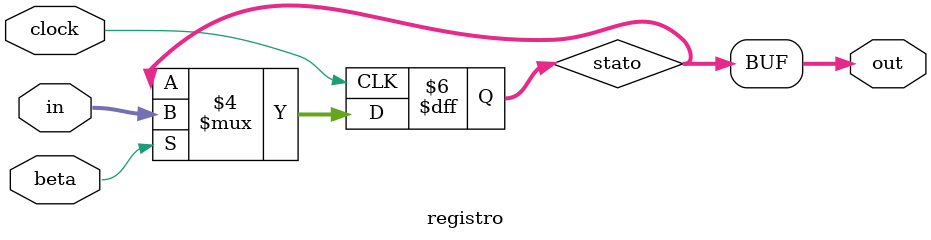
<source format=v>
module registro(out, clock, beta, in);

	parameter N = 32;

	output [N-1:0]out;
	input clock;
	input beta;
	input [N-1:0]in;

	reg [N-1:0]stato;

	initial
	begin 
		stato = 0;
	end

	always @(posedge clock)
	begin 
		if(beta == 1)
			stato <= in;
	end

	assign out = stato;

endmodule

</source>
